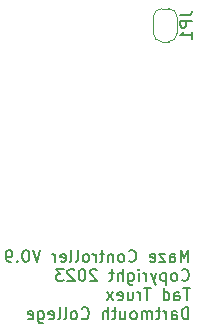
<source format=gbr>
%TF.GenerationSoftware,KiCad,Pcbnew,7.0.2-0*%
%TF.CreationDate,2023-11-21T13:06:45-05:00*%
%TF.ProjectId,ControllerShield,436f6e74-726f-46c6-9c65-72536869656c,rev?*%
%TF.SameCoordinates,Original*%
%TF.FileFunction,Legend,Bot*%
%TF.FilePolarity,Positive*%
%FSLAX46Y46*%
G04 Gerber Fmt 4.6, Leading zero omitted, Abs format (unit mm)*
G04 Created by KiCad (PCBNEW 7.0.2-0) date 2023-11-21 13:06:45*
%MOMM*%
%LPD*%
G01*
G04 APERTURE LIST*
%ADD10C,0.150000*%
%ADD11C,0.120000*%
G04 APERTURE END LIST*
D10*
X145361904Y-123967619D02*
X145361904Y-122967619D01*
X145361904Y-122967619D02*
X145028571Y-123681904D01*
X145028571Y-123681904D02*
X144695238Y-122967619D01*
X144695238Y-122967619D02*
X144695238Y-123967619D01*
X143790476Y-123967619D02*
X143790476Y-123443809D01*
X143790476Y-123443809D02*
X143838095Y-123348571D01*
X143838095Y-123348571D02*
X143933333Y-123300952D01*
X143933333Y-123300952D02*
X144123809Y-123300952D01*
X144123809Y-123300952D02*
X144219047Y-123348571D01*
X143790476Y-123920000D02*
X143885714Y-123967619D01*
X143885714Y-123967619D02*
X144123809Y-123967619D01*
X144123809Y-123967619D02*
X144219047Y-123920000D01*
X144219047Y-123920000D02*
X144266666Y-123824761D01*
X144266666Y-123824761D02*
X144266666Y-123729523D01*
X144266666Y-123729523D02*
X144219047Y-123634285D01*
X144219047Y-123634285D02*
X144123809Y-123586666D01*
X144123809Y-123586666D02*
X143885714Y-123586666D01*
X143885714Y-123586666D02*
X143790476Y-123539047D01*
X143409523Y-123300952D02*
X142885714Y-123300952D01*
X142885714Y-123300952D02*
X143409523Y-123967619D01*
X143409523Y-123967619D02*
X142885714Y-123967619D01*
X142123809Y-123920000D02*
X142219047Y-123967619D01*
X142219047Y-123967619D02*
X142409523Y-123967619D01*
X142409523Y-123967619D02*
X142504761Y-123920000D01*
X142504761Y-123920000D02*
X142552380Y-123824761D01*
X142552380Y-123824761D02*
X142552380Y-123443809D01*
X142552380Y-123443809D02*
X142504761Y-123348571D01*
X142504761Y-123348571D02*
X142409523Y-123300952D01*
X142409523Y-123300952D02*
X142219047Y-123300952D01*
X142219047Y-123300952D02*
X142123809Y-123348571D01*
X142123809Y-123348571D02*
X142076190Y-123443809D01*
X142076190Y-123443809D02*
X142076190Y-123539047D01*
X142076190Y-123539047D02*
X142552380Y-123634285D01*
X140314285Y-123872380D02*
X140361904Y-123920000D01*
X140361904Y-123920000D02*
X140504761Y-123967619D01*
X140504761Y-123967619D02*
X140599999Y-123967619D01*
X140599999Y-123967619D02*
X140742856Y-123920000D01*
X140742856Y-123920000D02*
X140838094Y-123824761D01*
X140838094Y-123824761D02*
X140885713Y-123729523D01*
X140885713Y-123729523D02*
X140933332Y-123539047D01*
X140933332Y-123539047D02*
X140933332Y-123396190D01*
X140933332Y-123396190D02*
X140885713Y-123205714D01*
X140885713Y-123205714D02*
X140838094Y-123110476D01*
X140838094Y-123110476D02*
X140742856Y-123015238D01*
X140742856Y-123015238D02*
X140599999Y-122967619D01*
X140599999Y-122967619D02*
X140504761Y-122967619D01*
X140504761Y-122967619D02*
X140361904Y-123015238D01*
X140361904Y-123015238D02*
X140314285Y-123062857D01*
X139742856Y-123967619D02*
X139838094Y-123920000D01*
X139838094Y-123920000D02*
X139885713Y-123872380D01*
X139885713Y-123872380D02*
X139933332Y-123777142D01*
X139933332Y-123777142D02*
X139933332Y-123491428D01*
X139933332Y-123491428D02*
X139885713Y-123396190D01*
X139885713Y-123396190D02*
X139838094Y-123348571D01*
X139838094Y-123348571D02*
X139742856Y-123300952D01*
X139742856Y-123300952D02*
X139599999Y-123300952D01*
X139599999Y-123300952D02*
X139504761Y-123348571D01*
X139504761Y-123348571D02*
X139457142Y-123396190D01*
X139457142Y-123396190D02*
X139409523Y-123491428D01*
X139409523Y-123491428D02*
X139409523Y-123777142D01*
X139409523Y-123777142D02*
X139457142Y-123872380D01*
X139457142Y-123872380D02*
X139504761Y-123920000D01*
X139504761Y-123920000D02*
X139599999Y-123967619D01*
X139599999Y-123967619D02*
X139742856Y-123967619D01*
X138980951Y-123300952D02*
X138980951Y-123967619D01*
X138980951Y-123396190D02*
X138933332Y-123348571D01*
X138933332Y-123348571D02*
X138838094Y-123300952D01*
X138838094Y-123300952D02*
X138695237Y-123300952D01*
X138695237Y-123300952D02*
X138599999Y-123348571D01*
X138599999Y-123348571D02*
X138552380Y-123443809D01*
X138552380Y-123443809D02*
X138552380Y-123967619D01*
X138219046Y-123300952D02*
X137838094Y-123300952D01*
X138076189Y-122967619D02*
X138076189Y-123824761D01*
X138076189Y-123824761D02*
X138028570Y-123920000D01*
X138028570Y-123920000D02*
X137933332Y-123967619D01*
X137933332Y-123967619D02*
X137838094Y-123967619D01*
X137504760Y-123967619D02*
X137504760Y-123300952D01*
X137504760Y-123491428D02*
X137457141Y-123396190D01*
X137457141Y-123396190D02*
X137409522Y-123348571D01*
X137409522Y-123348571D02*
X137314284Y-123300952D01*
X137314284Y-123300952D02*
X137219046Y-123300952D01*
X136742855Y-123967619D02*
X136838093Y-123920000D01*
X136838093Y-123920000D02*
X136885712Y-123872380D01*
X136885712Y-123872380D02*
X136933331Y-123777142D01*
X136933331Y-123777142D02*
X136933331Y-123491428D01*
X136933331Y-123491428D02*
X136885712Y-123396190D01*
X136885712Y-123396190D02*
X136838093Y-123348571D01*
X136838093Y-123348571D02*
X136742855Y-123300952D01*
X136742855Y-123300952D02*
X136599998Y-123300952D01*
X136599998Y-123300952D02*
X136504760Y-123348571D01*
X136504760Y-123348571D02*
X136457141Y-123396190D01*
X136457141Y-123396190D02*
X136409522Y-123491428D01*
X136409522Y-123491428D02*
X136409522Y-123777142D01*
X136409522Y-123777142D02*
X136457141Y-123872380D01*
X136457141Y-123872380D02*
X136504760Y-123920000D01*
X136504760Y-123920000D02*
X136599998Y-123967619D01*
X136599998Y-123967619D02*
X136742855Y-123967619D01*
X135838093Y-123967619D02*
X135933331Y-123920000D01*
X135933331Y-123920000D02*
X135980950Y-123824761D01*
X135980950Y-123824761D02*
X135980950Y-122967619D01*
X135314283Y-123967619D02*
X135409521Y-123920000D01*
X135409521Y-123920000D02*
X135457140Y-123824761D01*
X135457140Y-123824761D02*
X135457140Y-122967619D01*
X134552378Y-123920000D02*
X134647616Y-123967619D01*
X134647616Y-123967619D02*
X134838092Y-123967619D01*
X134838092Y-123967619D02*
X134933330Y-123920000D01*
X134933330Y-123920000D02*
X134980949Y-123824761D01*
X134980949Y-123824761D02*
X134980949Y-123443809D01*
X134980949Y-123443809D02*
X134933330Y-123348571D01*
X134933330Y-123348571D02*
X134838092Y-123300952D01*
X134838092Y-123300952D02*
X134647616Y-123300952D01*
X134647616Y-123300952D02*
X134552378Y-123348571D01*
X134552378Y-123348571D02*
X134504759Y-123443809D01*
X134504759Y-123443809D02*
X134504759Y-123539047D01*
X134504759Y-123539047D02*
X134980949Y-123634285D01*
X134076187Y-123967619D02*
X134076187Y-123300952D01*
X134076187Y-123491428D02*
X134028568Y-123396190D01*
X134028568Y-123396190D02*
X133980949Y-123348571D01*
X133980949Y-123348571D02*
X133885711Y-123300952D01*
X133885711Y-123300952D02*
X133790473Y-123300952D01*
X132838091Y-122967619D02*
X132504758Y-123967619D01*
X132504758Y-123967619D02*
X132171425Y-122967619D01*
X131647615Y-122967619D02*
X131552377Y-122967619D01*
X131552377Y-122967619D02*
X131457139Y-123015238D01*
X131457139Y-123015238D02*
X131409520Y-123062857D01*
X131409520Y-123062857D02*
X131361901Y-123158095D01*
X131361901Y-123158095D02*
X131314282Y-123348571D01*
X131314282Y-123348571D02*
X131314282Y-123586666D01*
X131314282Y-123586666D02*
X131361901Y-123777142D01*
X131361901Y-123777142D02*
X131409520Y-123872380D01*
X131409520Y-123872380D02*
X131457139Y-123920000D01*
X131457139Y-123920000D02*
X131552377Y-123967619D01*
X131552377Y-123967619D02*
X131647615Y-123967619D01*
X131647615Y-123967619D02*
X131742853Y-123920000D01*
X131742853Y-123920000D02*
X131790472Y-123872380D01*
X131790472Y-123872380D02*
X131838091Y-123777142D01*
X131838091Y-123777142D02*
X131885710Y-123586666D01*
X131885710Y-123586666D02*
X131885710Y-123348571D01*
X131885710Y-123348571D02*
X131838091Y-123158095D01*
X131838091Y-123158095D02*
X131790472Y-123062857D01*
X131790472Y-123062857D02*
X131742853Y-123015238D01*
X131742853Y-123015238D02*
X131647615Y-122967619D01*
X130885710Y-123872380D02*
X130838091Y-123920000D01*
X130838091Y-123920000D02*
X130885710Y-123967619D01*
X130885710Y-123967619D02*
X130933329Y-123920000D01*
X130933329Y-123920000D02*
X130885710Y-123872380D01*
X130885710Y-123872380D02*
X130885710Y-123967619D01*
X130361901Y-123967619D02*
X130171425Y-123967619D01*
X130171425Y-123967619D02*
X130076187Y-123920000D01*
X130076187Y-123920000D02*
X130028568Y-123872380D01*
X130028568Y-123872380D02*
X129933330Y-123729523D01*
X129933330Y-123729523D02*
X129885711Y-123539047D01*
X129885711Y-123539047D02*
X129885711Y-123158095D01*
X129885711Y-123158095D02*
X129933330Y-123062857D01*
X129933330Y-123062857D02*
X129980949Y-123015238D01*
X129980949Y-123015238D02*
X130076187Y-122967619D01*
X130076187Y-122967619D02*
X130266663Y-122967619D01*
X130266663Y-122967619D02*
X130361901Y-123015238D01*
X130361901Y-123015238D02*
X130409520Y-123062857D01*
X130409520Y-123062857D02*
X130457139Y-123158095D01*
X130457139Y-123158095D02*
X130457139Y-123396190D01*
X130457139Y-123396190D02*
X130409520Y-123491428D01*
X130409520Y-123491428D02*
X130361901Y-123539047D01*
X130361901Y-123539047D02*
X130266663Y-123586666D01*
X130266663Y-123586666D02*
X130076187Y-123586666D01*
X130076187Y-123586666D02*
X129980949Y-123539047D01*
X129980949Y-123539047D02*
X129933330Y-123491428D01*
X129933330Y-123491428D02*
X129885711Y-123396190D01*
X144790476Y-125492380D02*
X144838095Y-125540000D01*
X144838095Y-125540000D02*
X144980952Y-125587619D01*
X144980952Y-125587619D02*
X145076190Y-125587619D01*
X145076190Y-125587619D02*
X145219047Y-125540000D01*
X145219047Y-125540000D02*
X145314285Y-125444761D01*
X145314285Y-125444761D02*
X145361904Y-125349523D01*
X145361904Y-125349523D02*
X145409523Y-125159047D01*
X145409523Y-125159047D02*
X145409523Y-125016190D01*
X145409523Y-125016190D02*
X145361904Y-124825714D01*
X145361904Y-124825714D02*
X145314285Y-124730476D01*
X145314285Y-124730476D02*
X145219047Y-124635238D01*
X145219047Y-124635238D02*
X145076190Y-124587619D01*
X145076190Y-124587619D02*
X144980952Y-124587619D01*
X144980952Y-124587619D02*
X144838095Y-124635238D01*
X144838095Y-124635238D02*
X144790476Y-124682857D01*
X144219047Y-125587619D02*
X144314285Y-125540000D01*
X144314285Y-125540000D02*
X144361904Y-125492380D01*
X144361904Y-125492380D02*
X144409523Y-125397142D01*
X144409523Y-125397142D02*
X144409523Y-125111428D01*
X144409523Y-125111428D02*
X144361904Y-125016190D01*
X144361904Y-125016190D02*
X144314285Y-124968571D01*
X144314285Y-124968571D02*
X144219047Y-124920952D01*
X144219047Y-124920952D02*
X144076190Y-124920952D01*
X144076190Y-124920952D02*
X143980952Y-124968571D01*
X143980952Y-124968571D02*
X143933333Y-125016190D01*
X143933333Y-125016190D02*
X143885714Y-125111428D01*
X143885714Y-125111428D02*
X143885714Y-125397142D01*
X143885714Y-125397142D02*
X143933333Y-125492380D01*
X143933333Y-125492380D02*
X143980952Y-125540000D01*
X143980952Y-125540000D02*
X144076190Y-125587619D01*
X144076190Y-125587619D02*
X144219047Y-125587619D01*
X143457142Y-124920952D02*
X143457142Y-125920952D01*
X143457142Y-124968571D02*
X143361904Y-124920952D01*
X143361904Y-124920952D02*
X143171428Y-124920952D01*
X143171428Y-124920952D02*
X143076190Y-124968571D01*
X143076190Y-124968571D02*
X143028571Y-125016190D01*
X143028571Y-125016190D02*
X142980952Y-125111428D01*
X142980952Y-125111428D02*
X142980952Y-125397142D01*
X142980952Y-125397142D02*
X143028571Y-125492380D01*
X143028571Y-125492380D02*
X143076190Y-125540000D01*
X143076190Y-125540000D02*
X143171428Y-125587619D01*
X143171428Y-125587619D02*
X143361904Y-125587619D01*
X143361904Y-125587619D02*
X143457142Y-125540000D01*
X142647618Y-124920952D02*
X142409523Y-125587619D01*
X142171428Y-124920952D02*
X142409523Y-125587619D01*
X142409523Y-125587619D02*
X142504761Y-125825714D01*
X142504761Y-125825714D02*
X142552380Y-125873333D01*
X142552380Y-125873333D02*
X142647618Y-125920952D01*
X141790475Y-125587619D02*
X141790475Y-124920952D01*
X141790475Y-125111428D02*
X141742856Y-125016190D01*
X141742856Y-125016190D02*
X141695237Y-124968571D01*
X141695237Y-124968571D02*
X141599999Y-124920952D01*
X141599999Y-124920952D02*
X141504761Y-124920952D01*
X141171427Y-125587619D02*
X141171427Y-124920952D01*
X141171427Y-124587619D02*
X141219046Y-124635238D01*
X141219046Y-124635238D02*
X141171427Y-124682857D01*
X141171427Y-124682857D02*
X141123808Y-124635238D01*
X141123808Y-124635238D02*
X141171427Y-124587619D01*
X141171427Y-124587619D02*
X141171427Y-124682857D01*
X140266666Y-124920952D02*
X140266666Y-125730476D01*
X140266666Y-125730476D02*
X140314285Y-125825714D01*
X140314285Y-125825714D02*
X140361904Y-125873333D01*
X140361904Y-125873333D02*
X140457142Y-125920952D01*
X140457142Y-125920952D02*
X140599999Y-125920952D01*
X140599999Y-125920952D02*
X140695237Y-125873333D01*
X140266666Y-125540000D02*
X140361904Y-125587619D01*
X140361904Y-125587619D02*
X140552380Y-125587619D01*
X140552380Y-125587619D02*
X140647618Y-125540000D01*
X140647618Y-125540000D02*
X140695237Y-125492380D01*
X140695237Y-125492380D02*
X140742856Y-125397142D01*
X140742856Y-125397142D02*
X140742856Y-125111428D01*
X140742856Y-125111428D02*
X140695237Y-125016190D01*
X140695237Y-125016190D02*
X140647618Y-124968571D01*
X140647618Y-124968571D02*
X140552380Y-124920952D01*
X140552380Y-124920952D02*
X140361904Y-124920952D01*
X140361904Y-124920952D02*
X140266666Y-124968571D01*
X139790475Y-125587619D02*
X139790475Y-124587619D01*
X139361904Y-125587619D02*
X139361904Y-125063809D01*
X139361904Y-125063809D02*
X139409523Y-124968571D01*
X139409523Y-124968571D02*
X139504761Y-124920952D01*
X139504761Y-124920952D02*
X139647618Y-124920952D01*
X139647618Y-124920952D02*
X139742856Y-124968571D01*
X139742856Y-124968571D02*
X139790475Y-125016190D01*
X139028570Y-124920952D02*
X138647618Y-124920952D01*
X138885713Y-124587619D02*
X138885713Y-125444761D01*
X138885713Y-125444761D02*
X138838094Y-125540000D01*
X138838094Y-125540000D02*
X138742856Y-125587619D01*
X138742856Y-125587619D02*
X138647618Y-125587619D01*
X137599998Y-124682857D02*
X137552379Y-124635238D01*
X137552379Y-124635238D02*
X137457141Y-124587619D01*
X137457141Y-124587619D02*
X137219046Y-124587619D01*
X137219046Y-124587619D02*
X137123808Y-124635238D01*
X137123808Y-124635238D02*
X137076189Y-124682857D01*
X137076189Y-124682857D02*
X137028570Y-124778095D01*
X137028570Y-124778095D02*
X137028570Y-124873333D01*
X137028570Y-124873333D02*
X137076189Y-125016190D01*
X137076189Y-125016190D02*
X137647617Y-125587619D01*
X137647617Y-125587619D02*
X137028570Y-125587619D01*
X136409522Y-124587619D02*
X136314284Y-124587619D01*
X136314284Y-124587619D02*
X136219046Y-124635238D01*
X136219046Y-124635238D02*
X136171427Y-124682857D01*
X136171427Y-124682857D02*
X136123808Y-124778095D01*
X136123808Y-124778095D02*
X136076189Y-124968571D01*
X136076189Y-124968571D02*
X136076189Y-125206666D01*
X136076189Y-125206666D02*
X136123808Y-125397142D01*
X136123808Y-125397142D02*
X136171427Y-125492380D01*
X136171427Y-125492380D02*
X136219046Y-125540000D01*
X136219046Y-125540000D02*
X136314284Y-125587619D01*
X136314284Y-125587619D02*
X136409522Y-125587619D01*
X136409522Y-125587619D02*
X136504760Y-125540000D01*
X136504760Y-125540000D02*
X136552379Y-125492380D01*
X136552379Y-125492380D02*
X136599998Y-125397142D01*
X136599998Y-125397142D02*
X136647617Y-125206666D01*
X136647617Y-125206666D02*
X136647617Y-124968571D01*
X136647617Y-124968571D02*
X136599998Y-124778095D01*
X136599998Y-124778095D02*
X136552379Y-124682857D01*
X136552379Y-124682857D02*
X136504760Y-124635238D01*
X136504760Y-124635238D02*
X136409522Y-124587619D01*
X135695236Y-124682857D02*
X135647617Y-124635238D01*
X135647617Y-124635238D02*
X135552379Y-124587619D01*
X135552379Y-124587619D02*
X135314284Y-124587619D01*
X135314284Y-124587619D02*
X135219046Y-124635238D01*
X135219046Y-124635238D02*
X135171427Y-124682857D01*
X135171427Y-124682857D02*
X135123808Y-124778095D01*
X135123808Y-124778095D02*
X135123808Y-124873333D01*
X135123808Y-124873333D02*
X135171427Y-125016190D01*
X135171427Y-125016190D02*
X135742855Y-125587619D01*
X135742855Y-125587619D02*
X135123808Y-125587619D01*
X134790474Y-124587619D02*
X134171427Y-124587619D01*
X134171427Y-124587619D02*
X134504760Y-124968571D01*
X134504760Y-124968571D02*
X134361903Y-124968571D01*
X134361903Y-124968571D02*
X134266665Y-125016190D01*
X134266665Y-125016190D02*
X134219046Y-125063809D01*
X134219046Y-125063809D02*
X134171427Y-125159047D01*
X134171427Y-125159047D02*
X134171427Y-125397142D01*
X134171427Y-125397142D02*
X134219046Y-125492380D01*
X134219046Y-125492380D02*
X134266665Y-125540000D01*
X134266665Y-125540000D02*
X134361903Y-125587619D01*
X134361903Y-125587619D02*
X134647617Y-125587619D01*
X134647617Y-125587619D02*
X134742855Y-125540000D01*
X134742855Y-125540000D02*
X134790474Y-125492380D01*
X145504761Y-126207619D02*
X144933333Y-126207619D01*
X145219047Y-127207619D02*
X145219047Y-126207619D01*
X144171428Y-127207619D02*
X144171428Y-126683809D01*
X144171428Y-126683809D02*
X144219047Y-126588571D01*
X144219047Y-126588571D02*
X144314285Y-126540952D01*
X144314285Y-126540952D02*
X144504761Y-126540952D01*
X144504761Y-126540952D02*
X144599999Y-126588571D01*
X144171428Y-127160000D02*
X144266666Y-127207619D01*
X144266666Y-127207619D02*
X144504761Y-127207619D01*
X144504761Y-127207619D02*
X144599999Y-127160000D01*
X144599999Y-127160000D02*
X144647618Y-127064761D01*
X144647618Y-127064761D02*
X144647618Y-126969523D01*
X144647618Y-126969523D02*
X144599999Y-126874285D01*
X144599999Y-126874285D02*
X144504761Y-126826666D01*
X144504761Y-126826666D02*
X144266666Y-126826666D01*
X144266666Y-126826666D02*
X144171428Y-126779047D01*
X143266666Y-127207619D02*
X143266666Y-126207619D01*
X143266666Y-127160000D02*
X143361904Y-127207619D01*
X143361904Y-127207619D02*
X143552380Y-127207619D01*
X143552380Y-127207619D02*
X143647618Y-127160000D01*
X143647618Y-127160000D02*
X143695237Y-127112380D01*
X143695237Y-127112380D02*
X143742856Y-127017142D01*
X143742856Y-127017142D02*
X143742856Y-126731428D01*
X143742856Y-126731428D02*
X143695237Y-126636190D01*
X143695237Y-126636190D02*
X143647618Y-126588571D01*
X143647618Y-126588571D02*
X143552380Y-126540952D01*
X143552380Y-126540952D02*
X143361904Y-126540952D01*
X143361904Y-126540952D02*
X143266666Y-126588571D01*
X142171427Y-126207619D02*
X141599999Y-126207619D01*
X141885713Y-127207619D02*
X141885713Y-126207619D01*
X141266665Y-127207619D02*
X141266665Y-126540952D01*
X141266665Y-126731428D02*
X141219046Y-126636190D01*
X141219046Y-126636190D02*
X141171427Y-126588571D01*
X141171427Y-126588571D02*
X141076189Y-126540952D01*
X141076189Y-126540952D02*
X140980951Y-126540952D01*
X140219046Y-126540952D02*
X140219046Y-127207619D01*
X140647617Y-126540952D02*
X140647617Y-127064761D01*
X140647617Y-127064761D02*
X140599998Y-127160000D01*
X140599998Y-127160000D02*
X140504760Y-127207619D01*
X140504760Y-127207619D02*
X140361903Y-127207619D01*
X140361903Y-127207619D02*
X140266665Y-127160000D01*
X140266665Y-127160000D02*
X140219046Y-127112380D01*
X139361903Y-127160000D02*
X139457141Y-127207619D01*
X139457141Y-127207619D02*
X139647617Y-127207619D01*
X139647617Y-127207619D02*
X139742855Y-127160000D01*
X139742855Y-127160000D02*
X139790474Y-127064761D01*
X139790474Y-127064761D02*
X139790474Y-126683809D01*
X139790474Y-126683809D02*
X139742855Y-126588571D01*
X139742855Y-126588571D02*
X139647617Y-126540952D01*
X139647617Y-126540952D02*
X139457141Y-126540952D01*
X139457141Y-126540952D02*
X139361903Y-126588571D01*
X139361903Y-126588571D02*
X139314284Y-126683809D01*
X139314284Y-126683809D02*
X139314284Y-126779047D01*
X139314284Y-126779047D02*
X139790474Y-126874285D01*
X138980950Y-127207619D02*
X138457141Y-126540952D01*
X138980950Y-126540952D02*
X138457141Y-127207619D01*
X145361904Y-128827619D02*
X145361904Y-127827619D01*
X145361904Y-127827619D02*
X145123809Y-127827619D01*
X145123809Y-127827619D02*
X144980952Y-127875238D01*
X144980952Y-127875238D02*
X144885714Y-127970476D01*
X144885714Y-127970476D02*
X144838095Y-128065714D01*
X144838095Y-128065714D02*
X144790476Y-128256190D01*
X144790476Y-128256190D02*
X144790476Y-128399047D01*
X144790476Y-128399047D02*
X144838095Y-128589523D01*
X144838095Y-128589523D02*
X144885714Y-128684761D01*
X144885714Y-128684761D02*
X144980952Y-128780000D01*
X144980952Y-128780000D02*
X145123809Y-128827619D01*
X145123809Y-128827619D02*
X145361904Y-128827619D01*
X143933333Y-128827619D02*
X143933333Y-128303809D01*
X143933333Y-128303809D02*
X143980952Y-128208571D01*
X143980952Y-128208571D02*
X144076190Y-128160952D01*
X144076190Y-128160952D02*
X144266666Y-128160952D01*
X144266666Y-128160952D02*
X144361904Y-128208571D01*
X143933333Y-128780000D02*
X144028571Y-128827619D01*
X144028571Y-128827619D02*
X144266666Y-128827619D01*
X144266666Y-128827619D02*
X144361904Y-128780000D01*
X144361904Y-128780000D02*
X144409523Y-128684761D01*
X144409523Y-128684761D02*
X144409523Y-128589523D01*
X144409523Y-128589523D02*
X144361904Y-128494285D01*
X144361904Y-128494285D02*
X144266666Y-128446666D01*
X144266666Y-128446666D02*
X144028571Y-128446666D01*
X144028571Y-128446666D02*
X143933333Y-128399047D01*
X143457142Y-128827619D02*
X143457142Y-128160952D01*
X143457142Y-128351428D02*
X143409523Y-128256190D01*
X143409523Y-128256190D02*
X143361904Y-128208571D01*
X143361904Y-128208571D02*
X143266666Y-128160952D01*
X143266666Y-128160952D02*
X143171428Y-128160952D01*
X142980951Y-128160952D02*
X142599999Y-128160952D01*
X142838094Y-127827619D02*
X142838094Y-128684761D01*
X142838094Y-128684761D02*
X142790475Y-128780000D01*
X142790475Y-128780000D02*
X142695237Y-128827619D01*
X142695237Y-128827619D02*
X142599999Y-128827619D01*
X142266665Y-128827619D02*
X142266665Y-128160952D01*
X142266665Y-128256190D02*
X142219046Y-128208571D01*
X142219046Y-128208571D02*
X142123808Y-128160952D01*
X142123808Y-128160952D02*
X141980951Y-128160952D01*
X141980951Y-128160952D02*
X141885713Y-128208571D01*
X141885713Y-128208571D02*
X141838094Y-128303809D01*
X141838094Y-128303809D02*
X141838094Y-128827619D01*
X141838094Y-128303809D02*
X141790475Y-128208571D01*
X141790475Y-128208571D02*
X141695237Y-128160952D01*
X141695237Y-128160952D02*
X141552380Y-128160952D01*
X141552380Y-128160952D02*
X141457141Y-128208571D01*
X141457141Y-128208571D02*
X141409522Y-128303809D01*
X141409522Y-128303809D02*
X141409522Y-128827619D01*
X140790475Y-128827619D02*
X140885713Y-128780000D01*
X140885713Y-128780000D02*
X140933332Y-128732380D01*
X140933332Y-128732380D02*
X140980951Y-128637142D01*
X140980951Y-128637142D02*
X140980951Y-128351428D01*
X140980951Y-128351428D02*
X140933332Y-128256190D01*
X140933332Y-128256190D02*
X140885713Y-128208571D01*
X140885713Y-128208571D02*
X140790475Y-128160952D01*
X140790475Y-128160952D02*
X140647618Y-128160952D01*
X140647618Y-128160952D02*
X140552380Y-128208571D01*
X140552380Y-128208571D02*
X140504761Y-128256190D01*
X140504761Y-128256190D02*
X140457142Y-128351428D01*
X140457142Y-128351428D02*
X140457142Y-128637142D01*
X140457142Y-128637142D02*
X140504761Y-128732380D01*
X140504761Y-128732380D02*
X140552380Y-128780000D01*
X140552380Y-128780000D02*
X140647618Y-128827619D01*
X140647618Y-128827619D02*
X140790475Y-128827619D01*
X139599999Y-128160952D02*
X139599999Y-128827619D01*
X140028570Y-128160952D02*
X140028570Y-128684761D01*
X140028570Y-128684761D02*
X139980951Y-128780000D01*
X139980951Y-128780000D02*
X139885713Y-128827619D01*
X139885713Y-128827619D02*
X139742856Y-128827619D01*
X139742856Y-128827619D02*
X139647618Y-128780000D01*
X139647618Y-128780000D02*
X139599999Y-128732380D01*
X139266665Y-128160952D02*
X138885713Y-128160952D01*
X139123808Y-127827619D02*
X139123808Y-128684761D01*
X139123808Y-128684761D02*
X139076189Y-128780000D01*
X139076189Y-128780000D02*
X138980951Y-128827619D01*
X138980951Y-128827619D02*
X138885713Y-128827619D01*
X138552379Y-128827619D02*
X138552379Y-127827619D01*
X138123808Y-128827619D02*
X138123808Y-128303809D01*
X138123808Y-128303809D02*
X138171427Y-128208571D01*
X138171427Y-128208571D02*
X138266665Y-128160952D01*
X138266665Y-128160952D02*
X138409522Y-128160952D01*
X138409522Y-128160952D02*
X138504760Y-128208571D01*
X138504760Y-128208571D02*
X138552379Y-128256190D01*
X136314284Y-128732380D02*
X136361903Y-128780000D01*
X136361903Y-128780000D02*
X136504760Y-128827619D01*
X136504760Y-128827619D02*
X136599998Y-128827619D01*
X136599998Y-128827619D02*
X136742855Y-128780000D01*
X136742855Y-128780000D02*
X136838093Y-128684761D01*
X136838093Y-128684761D02*
X136885712Y-128589523D01*
X136885712Y-128589523D02*
X136933331Y-128399047D01*
X136933331Y-128399047D02*
X136933331Y-128256190D01*
X136933331Y-128256190D02*
X136885712Y-128065714D01*
X136885712Y-128065714D02*
X136838093Y-127970476D01*
X136838093Y-127970476D02*
X136742855Y-127875238D01*
X136742855Y-127875238D02*
X136599998Y-127827619D01*
X136599998Y-127827619D02*
X136504760Y-127827619D01*
X136504760Y-127827619D02*
X136361903Y-127875238D01*
X136361903Y-127875238D02*
X136314284Y-127922857D01*
X135742855Y-128827619D02*
X135838093Y-128780000D01*
X135838093Y-128780000D02*
X135885712Y-128732380D01*
X135885712Y-128732380D02*
X135933331Y-128637142D01*
X135933331Y-128637142D02*
X135933331Y-128351428D01*
X135933331Y-128351428D02*
X135885712Y-128256190D01*
X135885712Y-128256190D02*
X135838093Y-128208571D01*
X135838093Y-128208571D02*
X135742855Y-128160952D01*
X135742855Y-128160952D02*
X135599998Y-128160952D01*
X135599998Y-128160952D02*
X135504760Y-128208571D01*
X135504760Y-128208571D02*
X135457141Y-128256190D01*
X135457141Y-128256190D02*
X135409522Y-128351428D01*
X135409522Y-128351428D02*
X135409522Y-128637142D01*
X135409522Y-128637142D02*
X135457141Y-128732380D01*
X135457141Y-128732380D02*
X135504760Y-128780000D01*
X135504760Y-128780000D02*
X135599998Y-128827619D01*
X135599998Y-128827619D02*
X135742855Y-128827619D01*
X134838093Y-128827619D02*
X134933331Y-128780000D01*
X134933331Y-128780000D02*
X134980950Y-128684761D01*
X134980950Y-128684761D02*
X134980950Y-127827619D01*
X134314283Y-128827619D02*
X134409521Y-128780000D01*
X134409521Y-128780000D02*
X134457140Y-128684761D01*
X134457140Y-128684761D02*
X134457140Y-127827619D01*
X133552378Y-128780000D02*
X133647616Y-128827619D01*
X133647616Y-128827619D02*
X133838092Y-128827619D01*
X133838092Y-128827619D02*
X133933330Y-128780000D01*
X133933330Y-128780000D02*
X133980949Y-128684761D01*
X133980949Y-128684761D02*
X133980949Y-128303809D01*
X133980949Y-128303809D02*
X133933330Y-128208571D01*
X133933330Y-128208571D02*
X133838092Y-128160952D01*
X133838092Y-128160952D02*
X133647616Y-128160952D01*
X133647616Y-128160952D02*
X133552378Y-128208571D01*
X133552378Y-128208571D02*
X133504759Y-128303809D01*
X133504759Y-128303809D02*
X133504759Y-128399047D01*
X133504759Y-128399047D02*
X133980949Y-128494285D01*
X132647616Y-128160952D02*
X132647616Y-128970476D01*
X132647616Y-128970476D02*
X132695235Y-129065714D01*
X132695235Y-129065714D02*
X132742854Y-129113333D01*
X132742854Y-129113333D02*
X132838092Y-129160952D01*
X132838092Y-129160952D02*
X132980949Y-129160952D01*
X132980949Y-129160952D02*
X133076187Y-129113333D01*
X132647616Y-128780000D02*
X132742854Y-128827619D01*
X132742854Y-128827619D02*
X132933330Y-128827619D01*
X132933330Y-128827619D02*
X133028568Y-128780000D01*
X133028568Y-128780000D02*
X133076187Y-128732380D01*
X133076187Y-128732380D02*
X133123806Y-128637142D01*
X133123806Y-128637142D02*
X133123806Y-128351428D01*
X133123806Y-128351428D02*
X133076187Y-128256190D01*
X133076187Y-128256190D02*
X133028568Y-128208571D01*
X133028568Y-128208571D02*
X132933330Y-128160952D01*
X132933330Y-128160952D02*
X132742854Y-128160952D01*
X132742854Y-128160952D02*
X132647616Y-128208571D01*
X131790473Y-128780000D02*
X131885711Y-128827619D01*
X131885711Y-128827619D02*
X132076187Y-128827619D01*
X132076187Y-128827619D02*
X132171425Y-128780000D01*
X132171425Y-128780000D02*
X132219044Y-128684761D01*
X132219044Y-128684761D02*
X132219044Y-128303809D01*
X132219044Y-128303809D02*
X132171425Y-128208571D01*
X132171425Y-128208571D02*
X132076187Y-128160952D01*
X132076187Y-128160952D02*
X131885711Y-128160952D01*
X131885711Y-128160952D02*
X131790473Y-128208571D01*
X131790473Y-128208571D02*
X131742854Y-128303809D01*
X131742854Y-128303809D02*
X131742854Y-128399047D01*
X131742854Y-128399047D02*
X132219044Y-128494285D01*
%TO.C,JP1*%
X144662619Y-103086666D02*
X145376904Y-103086666D01*
X145376904Y-103086666D02*
X145519761Y-103039047D01*
X145519761Y-103039047D02*
X145615000Y-102943809D01*
X145615000Y-102943809D02*
X145662619Y-102800952D01*
X145662619Y-102800952D02*
X145662619Y-102705714D01*
X145662619Y-103562857D02*
X144662619Y-103562857D01*
X144662619Y-103562857D02*
X144662619Y-103943809D01*
X144662619Y-103943809D02*
X144710238Y-104039047D01*
X144710238Y-104039047D02*
X144757857Y-104086666D01*
X144757857Y-104086666D02*
X144853095Y-104134285D01*
X144853095Y-104134285D02*
X144995952Y-104134285D01*
X144995952Y-104134285D02*
X145091190Y-104086666D01*
X145091190Y-104086666D02*
X145138809Y-104039047D01*
X145138809Y-104039047D02*
X145186428Y-103943809D01*
X145186428Y-103943809D02*
X145186428Y-103562857D01*
X145662619Y-105086666D02*
X145662619Y-104515238D01*
X145662619Y-104800952D02*
X144662619Y-104800952D01*
X144662619Y-104800952D02*
X144805476Y-104705714D01*
X144805476Y-104705714D02*
X144900714Y-104610476D01*
X144900714Y-104610476D02*
X144948333Y-104515238D01*
D11*
X143100000Y-105320000D02*
X143700000Y-105320000D01*
X144400000Y-104620000D02*
X144400000Y-103220000D01*
X142400000Y-103220000D02*
X142400000Y-104620000D01*
X143700000Y-102520000D02*
X143100000Y-102520000D01*
X142400000Y-104620000D02*
G75*
G03*
X143100000Y-105320000I699999J-1D01*
G01*
X143700000Y-105320000D02*
G75*
G03*
X144400000Y-104620000I1J699999D01*
G01*
X143100000Y-102520000D02*
G75*
G03*
X142400000Y-103220000I0J-700000D01*
G01*
X144400000Y-103220000D02*
G75*
G03*
X143700000Y-102520000I-700000J0D01*
G01*
%TD*%
M02*

</source>
